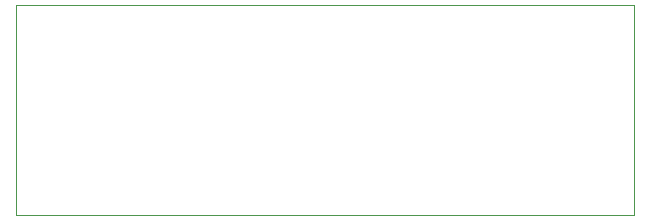
<source format=gbr>
G04 #@! TF.GenerationSoftware,KiCad,Pcbnew,(5.1.0-0)*
G04 #@! TF.CreationDate,2019-09-18T19:58:45-07:00*
G04 #@! TF.ProjectId,LEDRiser16,4c454452-6973-4657-9231-362e6b696361,rev?*
G04 #@! TF.SameCoordinates,Original*
G04 #@! TF.FileFunction,Profile,NP*
%FSLAX46Y46*%
G04 Gerber Fmt 4.6, Leading zero omitted, Abs format (unit mm)*
G04 Created by KiCad (PCBNEW (5.1.0-0)) date 2019-09-18 19:58:45*
%MOMM*%
%LPD*%
G04 APERTURE LIST*
%ADD10C,0.050000*%
G04 APERTURE END LIST*
D10*
X73660000Y-67056000D02*
X125984000Y-67056000D01*
X73660000Y-84836000D02*
X73660000Y-67056000D01*
X125984000Y-84836000D02*
X73660000Y-84836000D01*
X125984000Y-67056000D02*
X125984000Y-84836000D01*
M02*

</source>
